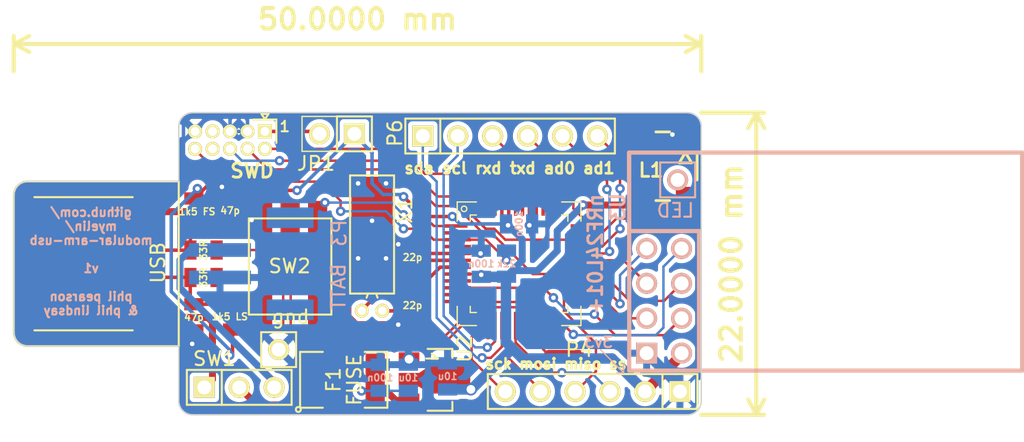
<source format=kicad_pcb>
(kicad_pcb (version 20221018) (generator pcbnew)
  (layers (0 "F.Cu" signal) (31 "B.Cu" signal) (34 "B.Paste" user) (35 "F.Paste" user) (36 "B.SilkS" user "B.Silkscreen") (37 "F.SilkS" user "F.Silkscreen") (38 "B.Mask" user) (39 "F.Mask" user) (44 "Edge.Cuts" user))
  (net 0 "")
  (net 1 "/lpc-mcu/AD0")
  (net 2 "/lpc-mcu/AD1")
  (net 3 "/lpc-mcu/LED_INPUT")
  (net 4 "/lpc-mcu/MISO1")
  (net 5 "/lpc-mcu/MOSI1")
  (net 6 "/lpc-mcu/RXD")
  (net 7 "/lpc-mcu/SCK1")
  (net 8 "/lpc-mcu/SCL")
  (net 9 "/lpc-mcu/SDA")
  (net 10 "/lpc-mcu/SSEL1")
  (net 11 "/lpc-mcu/SWCLK")
  (net 12 "/lpc-mcu/SWDIO")
  (net 13 "/lpc-mcu/SWO")
  (net 14 "/lpc-mcu/TXD")
  (net 15 "/lpc-mcu/XTALIN")
  (net 16 "/lpc-mcu/XTALOUT")
  (net 17 "/lpc-mcu/nRESET")
  (net 18 "/usb/DM")
  (net 19 "/usb/DP")
  (net 20 "3V3")
  (net 21 "GND")
  (net 22 "LPC_USB_DM")
  (net 23 "LPC_USB_DP")
  (net 24 "RF24_CE")
  (net 25 "RF24_CSN")
  (net 26 "RF24_IRQ")
  (net 27 "RF24_MISO")
  (net 28 "RF24_MOSI")
  (net 29 "RF24_SCK")
  (net 30 "VUSB")
  (net 31 "Net-(C3-Pad1)")
  (net 32 "Net-(CON1-Pad8)")
  (net 33 "Net-(CON1-Pad7)")
  (net 34 "Net-(CON1-Pad1)")
  (net 35 "Net-(IC1-Pad9)")
  (net 36 "/lpc-mcu/CLKOUT")
  (net 37 "Net-(IC1-Pad2)")
  (net 38 "Net-(IC1-Pad48)")
  (net 39 "Net-(IC1-Pad47)")
  (net 40 "Net-(IC1-Pad46)")
  (net 41 "Net-(IC1-Pad45)")
  (net 42 "Net-(IC1-Pad43)")
  (net 43 "/lpc-mcu/AD7")
  (net 44 "/lpc-mcu/AD5")
  (net 45 "Net-(IC1-Pad38)")
  (net 46 "/lpc-mcu/AD6")
  (net 47 "LPC_USB_VBUS")
  (net 48 "Net-(IC1-Pad21)")
  (net 49 "LPC_nUSB_CONNECT")
  (net 50 "Net-(L1-Pad2)")
  (net 51 "/power/VIN")
  (net 52 "/lpc-mcu/BUTTON")
  (net 53 "/power/VBATT")
  (net 54 "Net-(IC1-Pad23)")
  (net 55 "Net-(IC1-Pad12)")
  (net 56 "Net-(IC1-Pad11)")
  (footprint "myelin:pin_array_5x2_50mil" (layer "F.Cu") (at 91 83 180)
    (fp_text reference "CON1" hide)
    (fp_text value "SWD")
  )
  (footprint "myelin:Crystal_Round_Horizontal_3mm_can_pad" (layer "F.Cu") (at 100.059 95.42)
    (fp_text reference "X1")
    (fp_text value "16M xtal" hide)
  )
  (footprint "Housings_SOT-89:SOT89-3_Housing" (layer "F.Cu") (at 104.6 100.45 -90)
    (fp_text reference "U2")
    (fp_text value "MCP1700T" hide)
  )
  (footprint "OMRON-PUSH-BUTTON-B3SN-3112P:OMRON-PUSH-BUTTON-B3SN-3112P" (layer "F.Cu") (at 94.1 92.2 90)
    (fp_text reference "SW2")
    (fp_text value "SW_PUSH_ALT" hide)
  )
  (footprint "myelin:PIN_ARRAY_6X1" (layer "F.Cu") (at 116.1 101.3 180)
    (fp_text reference "P4")
    (fp_text value "GPIO" hide)
  )
  (footprint "myelin:PIN_ARRAY_6X1" (layer "F.Cu") (at 110.1 82.7)
    (fp_text reference "P6")
    (fp_text value "GPIO2" hide)
  )
  (footprint "myelin:PIN_ARRAY_3X1" (layer "F.Cu") (at 90.4 101)
    (fp_text reference "SW1")
    (fp_text value "SW_SPDT" hide)
  )
  (footprint "myelin:SM0805_NOSILKSCREEN" (layer "F.Cu") (at 103 91.535 -90)
    (fp_text reference "C6" hide)
    (fp_text value "22p")
  )
  (footprint "myelin:SM0805_NOSILKSCREEN" (layer "F.Cu") (at 103 95.035 90)
    (fp_text reference "C7" hide)
    (fp_text value "22p")
  )
  (footprint "myelin:SM0805_NOSILKSCREEN" (layer "F.Cu") (at 87.1 95.9 -90)
    (fp_text reference "C8" hide)
    (fp_text value "47p")
  )
  (footprint "myelin:SM0805_NOSILKSCREEN" (layer "F.Cu") (at 89.2 88.2 90)
    (fp_text reference "C9" hide)
    (fp_text value "47p")
  )
  (footprint "SMD_Packages:SMD-1812" (layer "F.Cu") (at 98 100.45)
    (fp_text reference "F1")
    (fp_text value "FUSE")
  )
  (footprint "myelin:NXP_LQFP48_BY_HAND" (layer "F.Cu") (at 110.75 92)
    (fp_text reference "IC1")
    (fp_text value "LPC11U14FBD48" hide)
  )
  (footprint "myelin:WS2812B_PP" (layer "F.Cu") (at 121.2 84.9)
    (fp_text reference "L1")
    (fp_text value "PP_WS2812B" hide)
  )
  (footprint "myelin:USB_A_PCB" (layer "F.Cu") (at 74 92 -90)
    (fp_text reference "P1" hide)
    (fp_text value "USB")
  )
  (footprint "myelin:SM0805_NOSILKSCREEN" (layer "F.Cu") (at 89.9117 95.8391 90)
    (fp_text reference "R3" hide)
    (fp_text value "1k5 LS")
  )
  (footprint "myelin:SM0805_NOSILKSCREEN" (layer "F.Cu") (at 87.1 88.2 -90)
    (fp_text reference "R4" hide)
    (fp_text value "1k5 FS")
  )
  (footprint "myelin:SM0805_NOSILKSCREEN" (layer "F.Cu") (at 87.8 93)
    (fp_text reference "R5" hide)
    (fp_text value "33R")
  )
  (footprint "myelin:SM0805_NOSILKSCREEN" (layer "F.Cu") (at 87.8 91)
    (fp_text reference "R6" hide)
    (fp_text value "33R")
  )
  (footprint "Pin_Headers:Pin_Header_Straight_1x01" (layer "F.Cu") (at 93.2645 98.2521)
    (fp_text reference "P5" hide)
    (fp_text value "gnd")
  )
  (footprint "myelin:PIN_ARRAY_2X1" (layer "F.Cu") (at 96.2363 82.5422 180)
    (fp_text reference "JP1")
    (fp_text value "NC" hide)
  )
  (footprint "myelin:SM0805_NOSILKSCREEN" (layer "B.Cu") (at 100.65 100.3 90)
    (fp_text reference "C4" hide)
    (fp_text value "100n")
  )
  (footprint "myelin:SM0805_NOSILKSCREEN" (layer "B.Cu") (at 108 92 90)
    (fp_text reference "C1" hide)
    (fp_text value "100n")
  )
  (footprint "myelin:SM0805_NOSILKSCREEN" (layer "B.Cu") (at 110.75 89.1)
    (fp_text reference "C2" hide)
    (fp_text value "100n")
  )
  (footprint "myelin:SM0805_NOSILKSCREEN" (layer "B.Cu") (at 102.7 100.3 90)
    (fp_text reference "C3" hide)
    (fp_text value "10u")
  )
  (footprint "myelin:SM0805_NOSILKSCREEN" (layer "B.Cu") (at 105.55 100.2 90)
    (fp_text reference "C5" hide)
    (fp_text value "10u")
  )
  (footprint "myelin:S2B-PH-SM4-TB(LF)(SN)" (layer "B.Cu") (at 89 92 90)
    (fp_text reference "P3")
    (fp_text value "BATT")
  )
  (footprint "myelin:SM0805_NOSILKSCREEN" (layer "B.Cu") (at 109.838 91.991 -90)
    (fp_text reference "R2" hide)
    (fp_text value "22k")
  )
  (footprint "myelin:NRF24L01_MODULE" (layer "B.Cu") (at 121.3 94.7 90)
    (fp_text reference "U3")
    (fp_text value "nRF24L01+")
  )
  (footprint "Pin_Headers:Pin_Header_Straight_1x01" (layer "B.Cu") (at 122.284 85.895)
    (fp_text reference "P2" hide)
    (fp_text value "LED")
  )
  (gr_line (start 116.6706 98.2521) (end 118.3597 99.9412) (stroke (width 0.1)) (layer "B.SilkS"))
  (gr_line (start 118.3597 99.357) (end 118.3597 99.9412) (stroke (width 0.1)) (layer "B.SilkS"))
  (gr_line (start 118.3597 99.9412) (end 117.8771 99.9412) (stroke (width 0.1)) (layer "B.SilkS"))
  (gr_line (start 75 98) (end 86 98) (stroke (width 0.1)) (layer "Edge.Cuts"))
  (gr_line (start 74 97) (end 74 87) (stroke (width 0.1)) (layer "Edge.Cuts"))
  (gr_line (start 75 86) (end 86 86) (stroke (width 0.1)) (layer "Edge.Cuts"))
  (gr_arc (start 74 87) (mid 74.292893 86.292893) (end 75 86) (stroke (width 0.1)) (layer "Edge.Cuts"))
  (gr_arc (start 123 81) (mid 123.707107 81.292893) (end 124 82) (stroke (width 0.1)) (layer "Edge.Cuts"))
  (gr_line (start 124 102) (end 124 82) (stroke (width 0.1)) (layer "Edge.Cuts"))
  (gr_arc (start 86 82) (mid 86.292893 81.292893) (end 87 81) (stroke (width 0.1)) (layer "Edge.Cuts"))
  (gr_arc (start 75 98) (mid 74.292893 97.707107) (end 74 97) (stroke (width 0.1)) (layer "Edge.Cuts"))
  (gr_line (start 86 98) (end 86 102) (stroke (width 0.1)) (layer "Edge.Cuts"))
  (gr_line (start 123 81) (end 87 81) (stroke (width 0.1)) (layer "Edge.Cuts"))
  (gr_arc (start 124 102) (mid 123.707107 102.707107) (end 123 103) (stroke (width 0.1)) (layer "Edge.Cuts"))
  (gr_line (start 87 103) (end 123 103) (stroke (width 0.1)) (layer "Edge.Cuts"))
  (gr_arc (start 87 103) (mid 86.292893 102.707107) (end 86 102) (stroke (width 0.1)) (layer "Edge.Cuts"))
  (gr_line (start 86 86) (end 86 82) (stroke (width 0.1)) (layer "Edge.Cuts"))
  (gr_text "github.com/\nmyelin/\nmodular-arm-usb\n\nv1\n\nphil pearson\n& phil lindsay" (at 79.6247 91.8259) (layer "B.SilkS") (effects (font (size 0.635 0.635) (thickness 0.1524)) (justify mirror)))
  (gr_text "3v3" (at 116.5309 97.7187) (layer "B.SilkS") (effects (font (size 0.762 0.762) (thickness 0.1524)) (justify mirror)))
  (gr_text "1" (at 93.709 82.0088) (layer "F.SilkS") (effects (font (size 0.762 0.762) (thickness 0.1524))))
  (gr_text "sck mosi miso ss" (at 113.4321 99.2935) (layer "F.SilkS") (effects (font (size 0.762 0.762) (thickness 0.1905))))
  (gr_text "sda scl rxd txd ad0 ad1" (at 110.0539 85.0441) (layer "F.SilkS") (effects (font (size 0.8128 0.8128) (thickness 0.1905))))
  (dimension (type aligned) (layer "F.SilkS") (pts (xy 124 103) (xy 124 81)) (height 4) (gr_text "22.0000 mm" (at 126.2 92 90) (layer "F.SilkS") (effects (font (size 1.5 1.5) (thickness 0.3)))) (format (prefix "") (suffix "") (units 2) (units_format 1) (precision 4)) (style (thickness 0.3) (arrow_length 1.27) (text_position_mode 0) (extension_height 0.58642) (extension_offset 0) keep_text_aligned))
  (dimension (type aligned) (layer "F.SilkS") (pts (xy 124 78) (xy 74 78)) (height 1.999999) (gr_text "50.0000 mm" (at 99 74.200001) (layer "F.SilkS") (effects (font (size 1.5 1.5) (thickness 0.3)))) (format (prefix "") (suffix "") (units 2) (units_format 1) (precision 4)) (style (thickness 0.3) (arrow_length 1.27) (text_position_mode 0) (extension_height 0.58642) (extension_offset 0) keep_text_aligned))
  (segment (start 93.0018 91.6525) (end 92.9493 91.6) (width 0.1524) (layer "F.Cu") (net 0))
  (segment (start 117.183 91.25) (end 117.331 91.102) (width 0.1778) (layer "F.Cu") (net 1))
  (segment (start 113.8766 82.7073) (end 117.14685 85.97755) (width 0.1778) (layer "F.Cu") (net 1))
  (segment (start 113.8766 82.7073) (end 113.91 82.7) (width 0.1778) (layer "F.Cu") (net 1))
  (segment (start 117.1405 86.5808) (end 117.14685 86.57445) (width 0.1778) (layer "F.Cu") (net 1))
  (segment (start 117.14685 86.57445) (end 117.14685 85.97755) (width 0.1778) (layer "F.Cu") (net 1))
  (segment (start 115.25 91.25) (end 117.183 91.25) (width 0.1778) (layer "F.Cu") (net 1))
  (via (at 117.1405 86.5808) (size 0.6858) (drill 0.3302) (layers "F.Cu" "B.Cu") (net 1))
  (via (at 117.331 91.102) (size 0.6858) (drill 0.3302) (layers "F.Cu" "B.Cu") (net 1))
  (segment (start 117.331 91.102) (end 117.331 87.7746) (width 0.1778) (layer "B.Cu") (net 1))
  (segment (start 113.902 82.72) (end 113.91 82.7) (width 0.1778) (layer "B.Cu") (net 1))
  (segment (start 117.331 86.7713) (end 117.1405 86.5808) (width 0.1778) (layer "B.Cu") (net 1))
  (segment (start 117.331 87.7746) (end 117.331 86.7713) (width 0.1778) (layer "B.Cu") (net 1))
  (segment (start 116.794 90.75) (end 118.093 89.451) (width 0.1778) (layer "F.Cu") (net 2))
  (segment (start 118.093 84.3329) (end 118.093 86.53) (width 0.1778) (layer "F.Cu") (net 2))
  (segment (start 116.4547 82.6946) (end 118.093 84.3329) (width 0.1778) (layer "F.Cu") (net 2))
  (segment (start 116.4547 82.6946) (end 116.45 82.7) (width 0.1778) (layer "F.Cu") (net 2))
  (segment (start 115.25 90.75) (end 116.794 90.75) (width 0.1778) (layer "F.Cu") (net 2))
  (via (at 118.093 86.53) (size 0.6858) (drill 0.3302) (layers "F.Cu" "B.Cu") (net 2))
  (via (at 118.093 89.451) (size 0.6858) (drill 0.3302) (layers "F.Cu" "B.Cu") (net 2))
  (segment (start 118.093 89.451) (end 118.093 86.53) (width 0.1778) (layer "B.Cu") (net 2))
  (segment (start 116.442 82.847) (end 116.45 82.7) (width 0.1778) (layer "B.Cu") (net 2))
  (segment (start 120.5441 88.7144) (end 120.8616 88.3969) (width 0.1778) (layer "F.Cu") (net 3))
  (segment (start 120.8616 88.3969) (end 120.8616 84.0281) (width 0.1778) (layer "F.Cu") (net 3))
  (segment (start 120.8616 84.0281) (end 119.55 82.7165) (width 0.1778) (layer "F.Cu") (net 3))
  (segment (start 119.55 82.7165) (end 119.55 82.5) (width 0.1778) (layer "F.Cu") (net 3))
  (segment (start 117.825 88.7144) (end 120.5441 88.7144) (width 0.1778) (layer "F.Cu") (net 3))
  (segment (start 116.7894 89.75) (end 115.25 89.75) (width 0.1778) (layer "F.Cu") (net 3))
  (segment (start 117.825 88.7144) (end 116.7894 89.75) (width 0.1778) (layer "F.Cu") (net 3))
  (segment (start 114.2973 94.25) (end 114.0163 94.531) (width 0.1778) (layer "F.Cu") (net 4))
  (segment (start 114.0163 94.531) (end 114.0163 95.4708) (width 0.1778) (layer "F.Cu") (net 4))
  (segment (start 114.0163 95.4708) (end 115.7308 97.1853) (width 0.1778) (layer "F.Cu") (net 4))
  (segment (start 115.7308 97.1853) (end 115.7308 97.198) (width 0.1778) (layer "F.Cu") (net 4))
  (segment (start 115.7308 100.4492) (end 114.791 101.389) (width 0.1778) (layer "F.Cu") (net 4))
  (segment (start 116.3404 97.8076) (end 116.3404 99.8396) (width 0.1778) (layer "F.Cu") (net 4))
  (segment (start 116.3404 99.8396) (end 115.7308 100.4492) (width 0.1778) (layer "F.Cu") (net 4))
  (segment (start 115.7308 97.198) (end 116.3404 97.8076) (width 0.1778) (layer "F.Cu") (net 4))
  (segment (start 115.25 94.25) (end 114.2973 94.25) (width 0.1778) (layer "F.Cu") (net 4))
  (segment (start 115.25 94.25) (end 115.223 94.277) (width 0.1778) (layer "F.Cu") (net 4))
  (segment (start 110 98.884) (end 112.378 101.262) (width 0.1778) (layer "F.Cu") (net 5))
  (segment (start 112.378 101.262) (end 112.29 101.3) (width 0.1778) (layer "F.Cu") (net 5))
  (segment (start 110 96.5) (end 110 98.884) (width 0.1778) (layer "F.Cu") (net 5))
  (segment (start 108.8347 82.72) (end 108.83 82.7) (width 0.1778) (layer "F.Cu") (net 6))
  (segment (start 110.705 84.575) (end 112 84.575) (width 0.1778) (layer "F.Cu") (net 6))
  (segment (start 112 84.575) (end 113.5 86.075) (width 0.1778) (layer "F.Cu") (net 6))
  (segment (start 113.5 86.075) (end 113.5 87.375) (width 0.1778) (layer "F.Cu") (net 6))
  (segment (start 108.83 82.7) (end 110.705 84.575) (width 0.1778) (layer "F.Cu") (net 6))
  (segment (start 109.838 101.389) (end 109.75 101.3) (width 0.1778) (layer "F.Cu") (net 7))
  (segment (start 109.7745 101.3255) (end 109.711 101.389) (width 0.1778) (layer "F.Cu") (net 7))
  (segment (start 109.711 101.389) (end 109.75 101.3) (width 0.1778) (layer "F.Cu") (net 7))
  (segment (start 107.298 97.327) (end 107.298 98.976) (width 0.1778) (layer "F.Cu") (net 7))
  (segment (start 107.298 98.976) (end 109.711 101.389) (width 0.1778) (layer "F.Cu") (net 7))
  (segment (start 109.711 101.389) (end 109.75 101.3) (width 0.1778) (layer "F.Cu") (net 7))
  (segment (start 108 96.625) (end 107.298 97.327) (width 0.1778) (layer "F.Cu") (net 7))
  (segment (start 108.568 98.087) (end 109 97.655) (width 0.1778) (layer "F.Cu") (net 8))
  (segment (start 109 97.655) (end 109 96.5) (width 0.1778) (layer "F.Cu") (net 8))
  (segment (start 108.441 98.087) (end 108.568 98.087) (width 0.1778) (layer "F.Cu") (net 8))
  (via (at 108.441 98.087) (size 0.6858) (drill 0.3302) (layers "F.Cu" "B.Cu") (net 8))
  (segment (start 106.79 97.325) (end 105.266 95.801) (width 0.1778) (layer "B.Cu") (net 8))
  (segment (start 105.266 95.801) (end 105.266 86.276) (width 0.1778) (layer "B.Cu") (net 8))
  (segment (start 107.552 98.087) (end 106.79 97.325) (width 0.1778) (layer "B.Cu") (net 8))
  (segment (start 105.266 85.133) (end 106.282 84.117) (width 0.1778) (layer "B.Cu") (net 8))
  (segment (start 106.282 82.72) (end 106.29 82.7) (width 0.1778) (layer "B.Cu") (net 8))
  (segment (start 105.266 86.276) (end 105.266 85.133) (width 0.1778) (layer "B.Cu") (net 8))
  (segment (start 106.282 82.72) (end 106.282 84.117) (width 0.1778) (layer "B.Cu") (net 8))
  (segment (start 107.552 98.087) (end 108.441 98.087) (width 0.1778) (layer "B.Cu") (net 8))
  (segment (start 109.5 98.044) (end 108.695 98.849) (width 0.1778) (layer "F.Cu") (net 9))
  (segment (start 108.695 98.849) (end 108.06 98.849) (width 0.1778) (layer "F.Cu") (net 9))
  (segment (start 109.5 96.5) (end 109.5 98.044) (width 0.1778) (layer "F.Cu") (net 9))
  (via (at 108.06 98.849) (size 0.6858) (drill 0.3302) (layers "F.Cu" "B.Cu") (net 9))
  (segment (start 108.06 98.849) (end 107.679 98.849) (width 0.1778) (layer "B.Cu") (net 9))
  (segment (start 107.679 98.849) (end 104.758 95.928) (width 0.1778) (layer "B.Cu") (net 9))
  (segment (start 104.758 95.928) (end 104.758 86.022) (width 0.1778) (layer "B.Cu") (net 9))
  (segment (start 103.75 85.014) (end 104.758 86.022) (width 0.1778) (layer "B.Cu") (net 9))
  (segment (start 103.75 82.7) (end 103.75 85.014) (width 0.1778) (layer "B.Cu") (net 9))
  (segment (start 117.0389 101.2112) (end 117.37 101.3) (width 0.1778) (layer "F.Cu") (net 10))
  (segment (start 113.8639 99.9285) (end 112.6955 99.9285) (width 0.1778) (layer "F.Cu") (net 10))
  (segment (start 112.6955 99.9285) (end 110.5 97.733) (width 0.1778) (layer "F.Cu") (net 10))
  (segment (start 117.37 101.3) (end 117.2812 101.2112) (width 0.1778) (layer "F.Cu") (net 10))
  (segment (start 110.5 96.5) (end 110.5 97.733) (width 0.1778) (layer "F.Cu") (net 10))
  (via (at 113.8639 99.9285) (size 0.6858) (drill 0.3302) (layers "F.Cu" "B.Cu") (net 10))
  (segment (start 117.3564 101.3128) (end 117.37 101.3) (width 0.1778) (layer "B.Cu") (net 10))
  (segment (start 115.9985 99.9285) (end 113.8639 99.9285) (width 0.1778) (layer "B.Cu") (net 10))
  (segment (start 117.37 101.3) (end 115.9985 99.9285) (width 0.1778) (layer "B.Cu") (net 10))
  (segment (start 111.74 92.75) (end 108.822 89.832) (width 0.1778) (layer "F.Cu") (net 11))
  (segment (start 108.822 89.832) (end 108.187 89.832) (width 0.1778) (layer "F.Cu") (net 11))
  (segment (start 108.187 89.832) (end 106.409 88.054) (width 0.1778) (layer "F.Cu") (net 11))
  (segment (start 92.498 85.133) (end 102.025 85.133) (width 0.1778) (layer "F.Cu") (net 11))
  (segment (start 106.155 87.8) (end 106.409 88.054) (width 0.1778) (layer "F.Cu") (net 11))
  (segment (start 104.692 87.8) (end 105.15 87.8) (width 0.1778) (layer "F.Cu") (net 11))
  (segment (start 105.15 87.8) (end 106.155 87.8) (width 0.1778) (layer "F.Cu") (net 11))
  (segment (start 91 83.635) (end 91.185 83.635) (width 0.1778) (layer "F.Cu") (net 11))
  (segment (start 111.74 92.75) (end 115.25 92.75) (width 0.1778) (layer "F.Cu") (net 11))
  (segment (start 102.025 85.133) (end 104.692 87.8) (width 0.1778) (layer "F.Cu") (net 11))
  (segment (start 91 83.635) (end 92.498 85.133) (width 0.1778) (layer "F.Cu") (net 11))
  (segment (start 102.085 83.635) (end 103.9 85.45) (width 0.1778) (layer "F.Cu") (net 12))
  (segment (start 103.9 85.45) (end 105.85 85.45) (width 0.1778) (layer "F.Cu") (net 12))
  (segment (start 111.9 85.45) (end 112.5 86.05) (width 0.1778) (layer "F.Cu") (net 12))
  (segment (start 112.5 86.05) (end 112.5 87.5) (width 0.1778) (layer "F.Cu") (net 12))
  (segment (start 105.85 85.45) (end 111.9 85.45) (width 0.1778) (layer "F.Cu") (net 12))
  (segment (start 92.27 83.635) (end 102.085 83.635) (width 0.1778) (layer "F.Cu") (net 12))
  (segment (start 109.748 90.25) (end 108.949 89.451) (width 0.1778) (layer "F.Cu") (net 13))
  (segment (start 108.949 89.451) (end 108.33 89.451) (width 0.1778) (layer "F.Cu") (net 13))
  (segment (start 108.314 89.451) (end 106.642488 87.779488) (width 0.1778) (layer "F.Cu") (net 13))
  (segment (start 93.328 84.498) (end 102.18 84.498) (width 0.1778) (layer "F.Cu") (net 13))
  (segment (start 106.642488 87.779488) (end 106.663 87.8) (width 0.1778) (layer "F.Cu") (net 13))
  (segment (start 104.782 87.1) (end 105.98 87.1) (width 0.1778) (layer "F.Cu") (net 13))
  (segment (start 105.98 87.1) (end 108.33 89.45) (width 0.1778) (layer "F.Cu") (net 13))
  (segment (start 108.33 89.45) (end 108.33 89.451) (width 0.1778) (layer "F.Cu") (net 13))
  (segment (start 108.33 89.451) (end 108.314 89.451) (width 0.1778) (layer "F.Cu") (net 13))
  (segment (start 89.73 83.635) (end 89.885 83.635) (width 0.1778) (layer "F.Cu") (net 13))
  (segment (start 115.25 90.25) (end 109.748 90.25) (width 0.1778) (layer "F.Cu") (net 13))
  (segment (start 102.18 84.498) (end 104.782 87.1) (width 0.1778) (layer "F.Cu") (net 13))
  (via (at 93.328 84.498) (size 0.6858) (drill 0.3302) (layers "F.Cu" "B.Cu") (net 13))
  (segment (start 90.593 84.498) (end 93.328 84.498) (width 0.1778) (layer "B.Cu") (net 13))
  (segment (start 89.73 83.635) (end 90.593 84.498) (width 0.1778) (layer "B.Cu") (net 13))
  (segment (start 114.7 87.975) (end 115.375 88.65) (width 0.1778) (layer "F.Cu") (net 14))
  (segment (start 115.375 88.65) (end 115.375 89.25) (width 0.1778) (layer "F.Cu") (net 14))
  (segment (start 111.37 82.7) (end 114.7 86.03) (width 0.1778) (layer "F.Cu") (net 14))
  (segment (start 114.7 86.03) (end 114.7 87.975) (width 0.1778) (layer "F.Cu") (net 14))
  (segment (start 103.1025 92.385) (end 103 92.4875) (width 0.1524) (layer "F.Cu") (net 15))
  (segment (start 102.1982 92.4875) (end 99.2507 95.435) (width 0.254) (layer "F.Cu") (net 15))
  (segment (start 103.7375 91.75) (end 106.25 91.75) (width 0.254) (layer "F.Cu") (net 15))
  (segment (start 103 92.4875) (end 102.1982 92.4875) (width 0.254) (layer "F.Cu") (net 15))
  (segment (start 103 92.4875) (end 103.7375 91.75) (width 0.254) (layer "F.Cu") (net 15))
  (segment (start 102.9525 94.0825) (end 101.6 95.435) (width 0.254) (layer "F.Cu") (net 16))
  (segment (start 101.6 95.435) (end 100.7493 95.435) (width 0.254) (layer "F.Cu") (net 16))
  (segment (start 103.1745 94.0825) (end 105.007 92.25) (width 0.254) (layer "F.Cu") (net 16))
  (segment (start 105.007 92.25) (end 106.25 92.25) (width 0.254) (layer "F.Cu") (net 16))
  (segment (start 103 94.0825) (end 103.1745 94.0825) (width 0.254) (layer "F.Cu") (net 16))
  (segment (start 103 94.0825) (end 102.9525 94.0825) (width 0.254) (layer "F.Cu") (net 16))
  (segment (start 103 94.0825) (end 103.1525 94.0825) (width 0.1524) (layer "F.Cu") (net 16))
  (segment (start 108.351 90.25) (end 109.838 91.737) (width 0.1778) (layer "F.Cu") (net 17))
  (segment (start 92.185 86.022) (end 91.169 85.006) (width 0.1778) (layer "F.Cu") (net 17))
  (segment (start 91.169 85.006) (end 88.502 85.006) (width 0.1778) (layer "F.Cu") (net 17))
  (segment (start 88.502 85.006) (end 87.232 83.736) (width 0.1778) (layer "F.Cu") (net 17))
  (segment (start 87.232 83.736) (end 87.19 83.635) (width 0.1778) (layer "F.Cu") (net 17))
  (segment (start 104.541 90.25) (end 103.742 89.451) (width 0.1778) (layer "F.Cu") (net 17))
  (segment (start 103.742 89.451) (end 102.345 89.451) (width 0.1778) (layer "F.Cu") (net 17))
  (segment (start 97.773 88.181) (end 97.773 87.419) (width 0.1778) (layer "F.Cu") (net 17))
  (segment (start 97.773 87.419) (end 96.376 86.022) (width 0.1778) (layer "F.Cu") (net 17))
  (segment (start 96.376 86.022) (end 92.185 86.022) (width 0.1778) (layer "F.Cu") (net 17))
  (segment (start 106.25 90.25) (end 108.351 90.25) (width 0.1778) (layer "F.Cu") (net 17))
  (segment (start 106.25 90.25) (end 104.541 90.25) (width 0.1778) (layer "F.Cu") (net 17))
  (via (at 109.838 91.737) (size 0.6858) (drill 0.3302) (layers "F.Cu" "B.Cu") (net 17))
  (via (at 102.345 89.451) (size 0.6858) (drill 0.3302) (layers "F.Cu" "B.Cu") (net 17))
  (via (at 97.773 88.181) (size 0.6858) (drill 0.3302) (layers "F.Cu" "B.Cu") (net 17))
  (segment (start 109.838 91.102) (end 109.838 91.0385) (width 0.1778) (layer "B.Cu") (net 17))
  (segment (start 109.838 91.737) (end 109.838 91.102) (width 0.1778) (layer "B.Cu") (net 17))
  (segment (start 109.838 91.102) (end 109.838 91.0385) (width 0.1778) (layer "B.Cu") (net 17))
  (segment (start 102.345 89.451) (end 101.075 88.181) (width 0.1778) (layer "B.Cu") (net 17))
  (segment (start 101.075 88.181) (end 97.773 88.181) (width 0.1778) (layer "B.Cu") (net 17))
  (segment (start 86.83429 92.98679) (end 86.83429 94.68179) (width 0.254) (layer "F.Cu") (net 18))
  (segment (start 86.83429 94.68179) (end 87.1 94.9475) (width 0.254) (layer "F.Cu") (net 18))
  (segment (start 89.8 94.9475) (end 89.8228 94.9247) (width 0.1778) (layer "F.Cu") (net 18))
  (segment (start 89.8228 94.9247) (end 89.9117 94.8866) (width 0.1778) (layer "F.Cu") (net 18))
  (segment (start 79.7 92.98679) (end 86.83429 92.98679) (width 0.254) (layer "F.Cu") (net 18))
  (segment (start 87.1 94.9475) (end 89.8 94.9475) (width 0.254) (layer "F.Cu") (net 18))
  (segment (start 86.83429 91.01321) (end 86.8475 91) (width 0.254) (layer "F.Cu") (net 19))
  (segment (start 86.8475 89.405) (end 87.1 89.1525) (width 0.254) (layer "F.Cu") (net 19))
  (segment (start 87.1 89.1525) (end 89.2 89.1525) (width 0.254) (layer "F.Cu") (net 19))
  (segment (start 79.7 91.01321) (end 86.83429 91.01321) (width 0.254) (layer "F.Cu") (net 19))
  (segment (start 86.8475 91) (end 86.8475 89.405) (width 0.254) (layer "F.Cu") (net 19))
  (segment (start 107.95 92.75) (end 108 92.8) (width 0.1778) (layer "F.Cu") (net 20))
  (segment (start 110 89.15) (end 109.95 89.2) (width 0.1778) (layer "F.Cu") (net 20))
  (segment (start 122.57 98.64) (end 122.57 98.51) (width 0.762) (layer "F.Cu") (net 20))
  (segment (start 94.598 86.657) (end 91.423 86.657) (width 0.254) (layer "F.Cu") (net 20))
  (segment (start 91.423 86.657) (end 90.407 85.641) (width 0.254) (layer "F.Cu") (net 20))
  (segment (start 90.407 85.641) (end 88.756 85.641) (width 0.254) (layer "F.Cu") (net 20))
  (segment (start 88.756 85.641) (end 87.105 87.292) (width 0.254) (layer "F.Cu") (net 20))
  (segment (start 87.105 87.292) (end 87.1 87.2475) (width 0.254) (layer "F.Cu") (net 20))
  (segment (start 89.264 97.071) (end 89.264 96.817) (width 0.254) (layer "F.Cu") (net 20))
  (segment (start 89.264 96.817) (end 89.2 96.8525) (width 0.254) (layer "F.Cu") (net 20))
  (segment (start 106.5495 100.45) (end 107.2472 101.1477) (width 0.1778) (layer "F.Cu") (net 20))
  (segment (start 103.8809 100.45) (end 103.8944 100.4365) (width 0.1778) (layer "F.Cu") (net 20))
  (segment (start 103.8944 100.4365) (end 103.8507 100.45) (width 0.1778) (layer "F.Cu") (net 20))
  (segment (start 119.6678 87.4571) (end 119.55 87.3) (width 0.508) (layer "F.Cu") (net 20))
  (segment (start 118.9185 88.1048) (end 119.6678 87.3555) (width 0.508) (layer "F.Cu") (net 20))
  (segment (start 119.6678 87.3555) (end 119.55 87.3) (width 0.508) (layer "F.Cu") (net 20))
  (segment (start 89.9117 98.4553) (end 89.7085 98.6585) (width 0.254) (layer "F.Cu") (net 20))
  (segment (start 87.359 86.53) (end 87.359 86.9173) (width 0.254) (layer "F.Cu") (net 20))
  (segment (start 87.359 86.9173) (end 87.0288 87.2475) (width 0.254) (layer "F.Cu") (net 20))
  (segment (start 87.0288 87.2475) (end 87.1 87.2475) (width 0.254) (layer "F.Cu") (net 20))
  (segment (start 103.8 88.562) (end 105.901 88.562) (width 0.254) (layer "F.Cu") (net 20))
  (segment (start 102.358 87.12) (end 102.35 87.12) (width 0.254) (layer "F.Cu") (net 20))
  (segment (start 118.8 87.3) (end 118.375 87.725) (width 0.508) (layer "F.Cu") (net 20))
  (segment (start 118.375 87.725) (end 115.4 87.725) (width 0.508) (layer "F.Cu") (net 20))
  (segment (start 119.91 101.3) (end 122.57 98.64) (width 0.762) (layer "F.Cu") (net 20))
  (segment (start 106.25 92.75) (end 107.95 92.75) (width 0.1778) (layer "F.Cu") (net 20))
  (segment (start 103.8 88.562) (end 102.358 87.12) (width 0.254) (layer "F.Cu") (net 20))
  (segment (start 102.74834 100.45) (end 105.69982 100.45) (width 0.1778) (layer "F.Cu") (net 20))
  (segment (start 102.74834 100.45) (end 103.8809 100.45) (width 0.1778) (layer "F.Cu") (net 20))
  (segment (start 110 87.5) (end 110 89.15) (width 0.1778) (layer "F.Cu") (net 20))
  (segment (start 119.55 87.3) (end 118.8 87.3) (width 0.508) (layer "F.Cu") (net 20))
  (segment (start 87.1 87.2475) (end 87.0225 87.2475) (width 0.254) (layer "F.Cu") (net 20))
  (segment (start 89.9117 96.7916) (end 89.9117 98.4553) (width 0.254) (layer "F.Cu") (net 20))
  (segment (start 105.69982 100.45) (end 106.5495 100.45) (width 0.1778) (layer "F.Cu") (net 20))
  (via (at 94.598 86.657) (size 0.6858) (drill 0.3302) (layers "F.Cu" "B.Cu") (net 20))
  (via (at 115.4 87.725) (size 0.6858) (drill 0.3302) (layers "F.Cu" "B.Cu") (net 20))
  (via (at 102.35 87.12) (size 0.6858) (drill 0.3302) (layers "F.Cu" "B.Cu") (net 20))
  (via (at 109.95 89.2) (size 0.6858) (drill 0.3302) (layers "F.Cu" "B.Cu") (net 20))
  (via (at 107.2472 101.1477) (size 0.889) (drill 0.635) (layers "F.Cu" "B.Cu") (net 20))
  (via (at 108 92.8) (size 0.6858) (drill 0.3302) (layers "F.Cu" "B.Cu") (net 20))
  (via (at 87.359 86.53) (size 0.6858) (drill 0.3302) (layers "F.Cu" "B.Cu") (net 20))
  (via (at 89.7085 98.6585) (size 0.6858) (drill 0.3302) (layers "F.Cu" "B.Cu") (net 20))
  (via (at 105.901 88.562) (size 0.6858) (drill 0.3302) (layers "F.Cu" "B.Cu") (net 20))
  (segment (start 108 92.8) (end 108 92.9525) (width 0.1778) (layer "B.Cu") (net 20))
  (segment (start 109.95 89.2) (end 109.85 89.1) (width 0.1778) (layer "B.Cu") (net 20))
  (segment (start 109.85 89.1) (end 109.7975 89.1) (width 0.1778) (layer "B.Cu") (net 20))
  (segment (start 109.7975 97.7025) (end 109.7975 93) (width 0.762) (layer "B.Cu") (net 20))
  (segment (start 109.7975 92.9525) (end 109.75 93) (width 0.762) (layer "B.Cu") (net 20))
  (segment (start 109.75 93) (end 109.65 93) (width 0.762) (layer "B.Cu") (net 20))
  (segment (start 109.65 93) (end 109.7975 93) (width 0.762) (layer "B.Cu") (net 20))
  (segment (start 110.995 98.9) (end 117.51 98.9) (width 0.762) (layer "B.Cu") (net 20))
  (segment (start 117.51 98.9) (end 119.91 101.3) (width 0.762) (layer "B.Cu") (net 20))
  (segment (start 98.789 82.593) (end 98.74 82.6) (width 0.254) (layer "B.Cu") (net 20))
  (segment (start 109.868 89.1) (end 110.981 90.213) (width 0.508) (layer "B.Cu") (net 20))
  (segment (start 110.981 90.213) (end 110.981 91.769) (width 0.508) (layer "B.Cu") (net 20))
  (segment (start 110.981 91.769) (end 109.7975 92.9525) (width 0.508) (layer "B.Cu") (net 20))
  (segment (start 109.7975 92.9525) (end 109.838 92.9435) (width 0.508) (layer "B.Cu") (net 20))
  (segment (start 100.059 83.919) (end 100.059 86.149) (width 0.254) (layer "B.Cu") (net 20))
  (segment (start 100.059 86.149) (end 100.06 86.15) (width 0.254) (layer "B.Cu") (net 20))
  (segment (start 105.901 88.562) (end 106.439 89.1) (width 0.254) (layer "B.Cu") (net 20))
  (segment (start 106.439 89.1) (end 109.554 89.1) (width 0.254) (layer "B.Cu") (net 20))
  (segment (start 109.554 89.1) (end 109.584 89.07) (width 0.254) (layer "B.Cu") (net 20))
  (segment (start 109.584 89.07) (end 109.7975 89.1) (width 0.254) (layer "B.Cu") (net 20))
  (segment (start 94.683 86.657) (end 94.598 86.657) (width 0.254) (layer "B.Cu") (net 20))
  (segment (start 107.2805 101.1525) (end 110.264 98.169) (width 0.762) (layer "B.Cu") (net 20))
  (segment (start 110.264 98.169) (end 110.995 98.9) (width 0.762) (layer "B.Cu") (net 20))
  (segment (start 107.2472 101.1477) (end 107.2472 101.1525) (width 0.1778) (layer "B.Cu") (net 20))
  (segment (start 107.2472 101.1525) (end 107.2805 101.1525) (width 0.1778) (layer "B.Cu") (net 20))
  (segment (start 112.0859 92.499) (end 110.251 92.499) (width 0.508) (layer "B.Cu") (net 20))
  (segment (start 110.251 92.499) (end 109.838 92.9435) (width 0.508) (layer "B.Cu") (net 20))
  (segment (start 89.7085 98.6585) (end 89.7085 98.2775) (width 0.254) (layer "B.Cu") (net 20))
  (segment (start 89.7085 98.2775) (end 85.454 94.023) (width 0.254) (layer "B.Cu") (net 20))
  (segment (start 85.454 88.8287) (end 85.454 94.023) (width 0.254) (layer "B.Cu") (net 20))
  (segment (start 85.454 88.435) (end 87.359 86.53) (width 0.254) (layer "B.Cu") (net 20))
  (segment (start 102.35 87.12) (end 102.34 87.12) (width 0.254) (layer "B.Cu") (net 20))
  (segment (start 100.87 86.96) (end 100.06 86.15) (width 0.254) (layer "B.Cu") (net 20))
  (segment (start 102.17 86.96) (end 102.34 87.13) (width 0.254) (layer "B.Cu") (net 20))
  (segment (start 102.34 87.13) (end 102.34 87.12) (width 0.254) (layer "B.Cu") (net 20))
  (segment (start 115.4 87.725) (end 113.525 89.6) (width 0.508) (layer "B.Cu") (net 20))
  (segment (start 113.525 89.6) (end 113.525 91.05) (width 0.508) (layer "B.Cu") (net 20))
  (segment (start 113.525 91.05) (end 113.525 91.0599) (width 0.508) (layer "B.Cu") (net 20))
  (segment (start 113.525 91.0599) (end 112.0859 92.499) (width 0.508) (layer "B.Cu") (net 20))
  (segment (start 109.7975 89.1) (end 109.868 89.1) (width 0.508) (layer "B.Cu") (net 20))
  (segment (start 85.454 88.8287) (end 85.454 88.435) (width 0.254) (layer "B.Cu") (net 20))
  (segment (start 108 92.9525) (end 109.7975 92.9525) (width 0.762) (layer "B.Cu") (net 20))
  (segment (start 98.74 82.6) (end 100.059 83.919) (width 0.254) (layer "B.Cu") (net 20))
  (segment (start 105.55 101.1525) (end 107.2805 101.1525) (width 0.762) (layer "B.Cu") (net 20))
  (segment (start 109.7975 97.7025) (end 110.264 98.169) (width 0.762) (layer "B.Cu") (net 20))
  (segment (start 98.74 82.6) (end 94.683 86.657) (width 0.254) (layer "B.Cu") (net 20))
  (segment (start 100.87 86.96) (end 102.17 86.96) (width 0.254) (layer "B.Cu") (net 20))
  (segment (start 100.6975 90.5825) (end 100 89.885) (width 0.1524) (layer "F.Cu") (net 21))
  (segment (start 100 93.135) (end 98.3 94.835) (width 0.508) (layer "F.Cu") (net 21))
  (segment (start 98.3 94.835) (end 98.3 95.835) (width 0.508) (layer "F.Cu") (net 21))
  (segment (start 98.3 95.835) (end 98.9 96.435) (width 0.508) (layer "F.Cu") (net 21))
  (segment (start 98.9 96.435) (end 101.964 96.435) (width 0.508) (layer "F.Cu") (net 21))
  (segment (start 102.5525 96.435) (end 103 95.9875) (width 0.508) (layer "F.Cu") (net 21))
  (segment (start 103.6675 91.25) (end 106.25 91.25) (width 0.254) (layer "F.Cu") (net 21))
  (segment (start 101.964 90.5825) (end 100.6975 90.5825) (width 0.508) (layer "F.Cu") (net 21))
  (segment (start 101.964 96.436) (end 101.964 96.435) (width 0.254) (layer "F.Cu") (net 21))
  (segment (start 101.964 96.436) (end 101.964 96.435) (width 0.254) (layer "F.Cu") (net 21))
  (segment (start 101.964 96.435) (end 102.5525 96.435) (width 0.508) (layer "F.Cu") (net 21))
  (segment (start 89.2 86.466) (end 89.137 86.403) (width 0.254) (layer "F.Cu") (net 21))
  (segment (start 86.978 96.9745) (end 86.978 97.833) (width 0.254) (layer "F.Cu") (net 21))
  (segment (start 101.075 87.854) (end 101.075 86.149) (width 0.254) (layer "F.Cu") (net 21))
  (segment (start 99.043 87.854) (end 99.043 86.149) (width 0.254) (layer "F.Cu") (net 21))
  (segment (start 99.043 89.886) (end 99.043 91.61) (width 0.254) (layer "F.Cu") (net 21))
  (segment (start 101.075 89.886) (end 101.075 91.61) (width 0.254) (layer "F.Cu") (net 21))
  (segment (start 91.312 88.8) (end 91.296 88.816) (width 0.254) (layer "F.Cu") (net 21))
  (segment (start 121.996 82.5) (end 121.903 82.593) (width 0.1778) (layer "F.Cu") (net 21))
  (segment (start 79.20011 88.5112) (end 84.6412 88.5112) (width 0.508) (layer "F.Cu") (net 21))
  (segment (start 84.6412 88.5112) (end 84.946 88.2064) (width 0.508) (layer "F.Cu") (net 21))
  (segment (start 84.946 88.2064) (end 88.1591 88.2064) (width 0.508) (layer "F.Cu") (net 21))
  (segment (start 88.1591 88.2064) (end 89.2 87.1655) (width 0.508) (layer "F.Cu") (net 21))
  (segment (start 89.2 87.1655) (end 89.2 87.2475) (width 0.508) (layer "F.Cu") (net 21))
  (segment (start 100 89.885) (end 100 93.135) (width 0.508) (layer "F.Cu") (net 21))
  (segment (start 100.059 88.87) (end 99.043 87.854) (width 0.254) (layer "F.Cu") (net 21))
  (segment (start 92.1 88.8) (end 91.312 88.8) (width 0.254) (layer "F.Cu") (net 21))
  (segment (start 122.85 82.5) (end 121.996 82.5) (width 0.1778) (layer "F.Cu") (net 21))
  (segment (start 100.059 88.87) (end 101.075 89.886) (width 0.254) (layer "F.Cu") (net 21))
  (segment (start 100 89.885) (end 100 92.635) (width 0.1524) (layer "F.Cu") (net 21))
  (segment (start 111.5 87.5) (end 111.5 89.2) (width 0.1778) (layer "F.Cu") (net 21))
  (segment (start 103 90.5825) (end 103.6675 91.25) (width 0.254) (layer "F.Cu") (net 21))
  (segment (start 103 90.5825) (end 103.2475 90.5825) (width 0.1524) (layer "F.Cu") (net 21))
  (segment (start 100.059 88.87) (end 99.043 89.886) (width 0.254) (layer "F.Cu") (net 21))
  (segment (start 89.2 87.2475) (end 89.2 86.466) (width 0.254) (layer "F.Cu") (net 21))
  (segment (start 79.2 88.51131) (end 79.20011 88.5112) (width 0.508) (layer "F.Cu") (net 21))
  (segment (start 103 90.5825) (end 101.964 90.5825) (width 0.508) (layer "F.Cu") (net 21))
  (segment (start 87.1 96.8525) (end 86.978 96.9745) (width 0.254) (layer "F.Cu") (net 21))
  (segment (start 100.059 88.87) (end 101.075 87.854) (width 0.254) (layer "F.Cu") (net 21))
  (segment (start 106.25 91.25) (end 107.95 91.25) (width 0.1778) (layer "F.Cu") (net 21))
  (via (at 101.964 90.5825) (size 0.6858) (drill 0.3302) (layers "F.Cu" "B.Cu") (net 21))
  (via (at 91.296 88.816) (size 0.6858) (drill 0.3302) (layers "F.Cu" "B.Cu") (net 21))
  (via (at 121.903 82.593) (size 0.6858) (drill 0.3302) (layers "F.Cu" "B.Cu") (net 21))
  (via (at 101.964 96.436) (size 0.6858) (drill 0.3302) (layers "F.Cu" "B.Cu") (net 21))
  (via (at 99.043 91.61) (size 0.6858) (drill 0.3302) (layers "F.Cu" "B.Cu") (net 21))
  (via (at 111.5 89.2) (size 0.6858) (drill 0.3302) (layers "F.Cu" "B.Cu") (net 21))
  (via (at 89.137 86.403) (size 0.6858) (drill 0.3302) (layers "F.Cu" "B.Cu") (net 21))
  (via (at 102.74834 98.94886) (size 0.889) (drill 0.635) (layers "F.Cu" "B.Cu") (net 21))
  (via (at 100.059 88.87) (size 0.6858) (drill 0.3302) (layers "F.Cu" "B.Cu") (net 21))
  (via (at 101.075 86.149) (size 0.6858) (drill 0.3302) (layers "F.Cu" "B.Cu") (net 21))
  (via (at 107.95 91.25) (size 0.6858) (drill 0.3302) (layers "F.Cu" "B.Cu") (net 21))
  (via (at 101.075 91.61) (size 0.6858) (drill 0.3302) (layers "F.Cu" "B.Cu") (net 21))
  (via (at 99.043 86.149) (size 0.6858) (drill 0.3302) (layers "F.Cu" "B.Cu") (net 21))
  (via (at 86.978 97.833) (size 0.6858) (drill 0.3302) (layers "F.Cu" "B.Cu") (net 21))
  (segment (start 107.95 91.25) (end 108 91.2) (width 0.1778) (layer "B.Cu") (net 21))
  (segment (start 108 91.2) (end 108 91.0475) (width 0.1778) (layer "B.Cu") (net 21))
  (segment (start 111.5 89.2) (end 111.6 89.1) (width 0.1778) (layer "B.Cu") (net 21))
  (segment (start 111.6 89.1) (end 111.7025 89.1) (width 0.1778) (layer "B.Cu") (net 21))
  (segment (start 122.45 100.93) (end 122.45 101.3) (width 0.762) (layer "B.Cu") (net 21))
  (segment (start 123.681 100.069) (end 123.681 81.831) (width 0.254) (layer "B.Cu") (net 21))
  (segment (start 123.681 81.831) (end 123.173 81.323) (width 0.254) (layer "B.Cu") (net 21))
  (segment (start 123.173 81.323) (end 90.915 81.323) (width 0.254) (layer "B.Cu") (net 21))
  (segment (start 86.851 81.323) (end 86.597 81.577) (width 0.254) (layer "B.Cu") (net 21))
  (segment (start 86.343 81.831) (end 86.343 86.403) (width 0.254) (layer "B.Cu") (net 21))
  (segment (start 87.19 82.17) (end 86.597 81.577) (width 0.254) (layer "B.Cu") (net 21))
  (segment (start 86.597 81.577) (end 86.343 81.831) (width 0.254) (layer "B.Cu") (net 21))
  (segment (start 89.73 81.323) (end 89.772 81.365) (width 0.254) (layer "B.Cu") (net 21))
  (segment (start 89.772 81.365) (end 89.772 81.45) (width 0.254) (layer "B.Cu") (net 21))
  (segment (start 89.772 81.45) (end 89.772 81.323) (width 0.254) (layer "B.Cu") (net 21))
  (segment (start 89.772 81.323) (end 86.851 81.323) (width 0.254) (layer "B.Cu") (net 21))
  (segment (start 91 81.323) (end 90.915 81.408) (width 0.254) (layer "B.Cu") (net 21))
  (segment (start 90.915 81.408) (end 90.915 81.45) (width 0.254) (layer "B.Cu") (net 21))
  (segment (start 90.915 81.45) (end 90.915 81.323) (width 0.254) (layer "B.Cu") (net 21))
  (segment (start 90.915 81.323) (end 89.772 81.323) (width 0.254) (layer "B.Cu") (net 21))
  (segment (start 123.681 102.151) (end 123.427 102.405) (width 0.254) (layer "B.Cu") (net 21))
  (segment (start 123.173 102.659) (end 121.014 102.659) (width 0.254) (layer "B.Cu") (net 21))
  (segment (start 86.851 102.659) (end 86.343 102.151) (width 0.254) (layer "B.Cu") (net 21))
  (segment (start 86.343 102.151) (end 86.343 97.706) (width 0.254) (layer "B.Cu") (net 21))
  (segment (start 121.091 102.659) (end 121.014 102.659) (width 0.254) (layer "B.Cu") (net 21))
  (segment (start 121.014 102.659) (end 86.851 102.659) (width 0.254) (layer "B.Cu") (net 21))
  (segment (start 123.491 102.341) (end 123.49 102.341) (width 0.254) (layer "B.Cu") (net 21))
  (segment (start 123.49 102.341) (end 123.427 102.278) (width 0.254) (layer "B.Cu") (net 21))
  (segment (start 123.427 102.278) (end 123.427 102.405) (width 0.254) (layer "B.Cu") (net 21))
  (segment (start 123.427 102.405) (end 123.173 102.659) (width 0.254) (layer "B.Cu") (net 21))
  (segment (start 100.059 88.87) (end 100.059 88.816) (width 0.254) (layer "B.Cu") (net 21))
  (segment (start 101.964 90.5825) (end 101.964 90.594) (width 0.254) (layer "B.Cu") (net 21))
  (segment (start 102.74834 98.87134) (end 102.74834 98.94886) (width 0.508) (layer "B.Cu") (net 21))
  (segment (start 102.726 98.849) (end 102.74834 98.87134) (width 0.508) (layer "B.Cu") (net 21))
  (segment (start 123.681 100.069) (end 123.681 102.151) (width 0.254) (layer "B.Cu") (net 21))
  (segment (start 122.45 101.3) (end 123.681 100.069) (width 0.254) (layer "B.Cu") (net 21))
  (segment (start 120.03 98.51) (end 122.45 100.93) (width 0.762) (layer "B.Cu") (net 21))
  (segment (start 122.45 101.3) (end 121.091 102.659) (width 0.254) (layer "B.Cu") (net 21))
  (segment (start 89.73 82.365) (end 89.73 81.323) (width 0.254) (layer "B.Cu") (net 21))
  (segment (start 122.45 101.3) (end 123.491 102.341) (width 0.254) (layer "B.Cu") (net 21))
  (segment (start 89.73 82.365) (end 91 82.365) (width 0.254) (layer "B.Cu") (net 21))
  (segment (start 91 82.365) (end 91 81.323) (width 0.254) (layer "B.Cu") (net 21))
  (segment (start 87.19 82.365) (end 87.19 82.17) (width 0.254) (layer "B.Cu") (net 21))
  (segment (start 105.299 97.8) (end 107.933 95.166) (width 0.1778) (layer "F.Cu") (net 22))
  (segment (start 107.933 95.166) (end 110.727 95.166) (width 0.1778) (layer "F.Cu") (net 22))
  (segment (start 110.727 95.166) (end 111 95.439) (width 0.1778) (layer "F.Cu") (net 22))
  (segment (start 111 95.439) (end 111 96.5) (width 0.1778) (layer "F.Cu") (net 22))
  (segment (start 92.5717 93) (end 93.5947 94.023) (width 0.1778) (layer "F.Cu") (net 22))
  (segment (start 93.5947 94.023) (end 93.5947 96.69) (width 0.1778) (layer "F.Cu") (net 22))
  (segment (start 93.5947 96.69) (end 94.7047 97.8) (width 0.1778) (layer "F.Cu") (net 22))
  (segment (start 94.7047 97.8) (end 105.05 97.8) (width 0.1778) (layer "F.Cu") (net 22))
  (segment (start 88.7525 93) (end 92.5717 93) (width 0.1778) (layer "F.Cu") (net 22))
  (segment (start 105.05 97.8) (end 105.299 97.8) (width 0.1778) (layer "F.Cu") (net 22))
  (segment (start 105.162226 97.469798) (end 107.847024 94.785) (width 0.1778) (layer "F.Cu") (net 23))
  (segment (start 107.847024 94.785) (end 110.854 94.785) (width 0.1778) (layer "F.Cu") (net 23))
  (segment (start 110.854 94.785) (end 111.5 95.431) (width 0.1778) (layer "F.Cu") (net 23))
  (segment (start 111.5 95.431) (end 111.5 96.5) (width 0.1778) (layer "F.Cu") (net 23))
  (segment (start 91.8036 91) (end 94.1408 93.3372) (width 0.1778) (layer "F.Cu") (net 23))
  (segment (start 94.1408 93.3372) (end 94.1408 96.4868) (width 0.1778) (layer "F.Cu") (net 23))
  (segment (start 94.1408 96.4868) (end 95.123798 97.469798) (width 0.1778) (layer "F.Cu") (net 23))
  (segment (start 95.123798 97.469798) (end 104.2 97.469798) (width 0.1778) (layer "F.Cu") (net 23))
  (segment (start 104.2 97.469798) (end 104.230202 97.469798) (width 0.1778) (layer "F.Cu") (net 23))
  (segment (start 104.230202 97.469798) (end 105.162226 97.469798) (width 0.1778) (layer "F.Cu") (net 23))
  (segment (start 88.7525 91) (end 91.8036 91) (width 0.1778) (layer "F.Cu") (net 23))
  (segment (start 117.0547 94.75) (end 118.2747 95.97) (width 0.1778) (layer "F.Cu") (net 24))
  (segment (start 118.2747 95.97) (end 120.03 95.97) (width 0.1778) (layer "F.Cu") (net 24))
  (segment (start 115.375 94.75) (end 117.0547 94.75) (width 0.1778) (layer "F.Cu") (net 24))
  (segment (start 121.34 97.2) (end 122.57 95.97) (width 0.1778) (layer "F.Cu") (net 25))
  (segment (start 121.34 97.2) (end 117.7501 97.2) (width 0.1778) (layer "F.Cu") (net 25))
  (segment (start 121.34 97.2) (end 122.57 95.97) (width 0.1778) (layer "F.Cu") (net 25))
  (segment (start 116.2261 95.674) (end 116.2261 95.676) (width 0.1778) (layer "F.Cu") (net 25))
  (segment (start 116.2261 95.676) (end 117.7501 97.2) (width 0.1778) (layer "F.Cu") (net 25))
  (segment (start 112.525 93.75) (end 113.25 94.475) (width 0.1778) (layer "F.Cu") (net 25))
  (segment (start 106.25 93.75) (end 110.8794 93.75) (width 0.1778) (layer "F.Cu") (net 25))
  (segment (start 110.8794 93.75) (end 112.525 93.75) (width 0.1778) (layer "F.Cu") (net 25))
  (segment (start 110.8794 93.75) (end 110.8794 93.75) (width 0.1778) (layer "F.Cu") (net 25))
  (via (at 116.2261 95.674) (size 0.6858) (drill 0.3302) (layers "F.Cu" "B.Cu") (net 25))
  (via (at 113.25 94.475) (size 0.6858) (drill 0.3302) (layers "F.Cu" "B.Cu") (net 25))
  (segment (start 113.25 94.475) (end 114.45 95.675) (width 0.1778) (layer "B.Cu") (net 25))
  (segment (start 114.45 95.675) (end 114.45 95.674) (width 0.1778) (layer "B.Cu") (net 25))
  (segment (start 114.45 95.674) (end 116.2261 95.674) (width 0.1778) (layer "B.Cu") (net 25))
  (segment (start 114.175 96.625) (end 114.7 97.15) (width 0.1778) (layer "F.Cu") (net 26))
  (segment (start 113.5 96.625) (end 114.175 96.625) (width 0.1778) (layer "F.Cu") (net 26))
  (via (at 114.7 97.15) (size 0.6858) (drill 0.3302) (layers "F.Cu" "B.Cu") (net 26))
  (segment (start 114.7 97.15) (end 114.75 97.2) (width 0.1778) (layer "B.Cu") (net 26))
  (segment (start 114.75 97.2) (end 120.7 97.2) (width 0.1778) (layer "B.Cu") (net 26))
  (segment (start 120.7 97.2) (end 121.25 96.65) (width 0.1778) (layer "B.Cu") (net 26))
  (segment (start 121.25 96.65) (end 121.25 92.21) (width 0.1778) (layer "B.Cu") (net 26))
  (segment (start 121.25 92.21) (end 122.57 90.89) (width 0.1778) (layer "B.Cu") (net 26))
  (segment (start 116.931 93.75) (end 118.093 94.912) (width 0.1778) (layer "F.Cu") (net 27))
  (segment (start 115.25 93.75) (end 116.931 93.75) (width 0.1778) (layer "F.Cu") (net 27))
  (via (at 118.093 94.912) (size 0.6858) (drill 0.3302) (layers "F.Cu" "B.Cu") (net 27))
  (segment (start 118.093 94.912) (end 118.093 92.827) (width 0.1778) (layer "B.Cu") (net 27))
  (segment (start 118.093 92.827) (end 120.03 90.89) (width 0.1778) (layer "B.Cu") (net 27))
  (segment (start 118.8 94.7) (end 121.3 94.7) (width 0.1778) (layer "F.Cu") (net 28))
  (segment (start 121.3 94.7) (end 122.57 93.43) (width 0.1778) (layer "F.Cu") (net 28))
  (segment (start 115.25 93.25) (end 117.35 93.25) (width 0.1778) (layer "F.Cu") (net 28))
  (segment (start 117.35 93.25) (end 118.8 94.7) (width 0.1778) (layer "F.Cu") (net 28))
  (segment (start 118.35 91.75) (end 120.03 93.43) (width 0.1778) (layer "F.Cu") (net 29))
  (segment (start 115.25 91.75) (end 118.35 91.75) (width 0.1778) (layer "F.Cu") (net 29))
  (segment (start 88.4512 100.4088) (end 88.4512 96.2455) (width 0.508) (layer "F.Cu") (net 30))
  (segment (start 88.4512 96.2455) (end 88.121 95.9153) (width 0.508) (layer "F.Cu") (net 30))
  (segment (start 88.121 95.9153) (end 84.9841 95.9153) (width 0.508) (layer "F.Cu") (net 30))
  (segment (start 84.9841 95.9153) (end 84.5523 95.4835) (width 0.508) (layer "F.Cu") (net 30))
  (segment (start 84.5523 95.4835) (end 79.1929 95.4835) (width 0.508) (layer "F.Cu") (net 30))
  (segment (start 79.1929 95.4835) (end 79.2 95.48869) (width 0.508) (layer "F.Cu") (net 30))
  (segment (start 87.86 101) (end 88.4512 100.4088) (width 0.508) (layer "F.Cu") (net 30))
  (segment (start 79.798 95.53169) (end 81.60169 95.53169) (width 0.508) (layer "F.Cu") (net 30))
  (segment (start 99.297 101.262) (end 99.474 101.262) (width 0.1778) (layer "F.Cu") (net 31))
  (segment (start 99.474 101.262) (end 100.286 100.45) (width 0.1778) (layer "F.Cu") (net 31))
  (segment (start 101.78714 101.95114) (end 102.74834 101.95114) (width 0.508) (layer "F.Cu") (net 31))
  (segment (start 100.286 100.45) (end 101.78714 101.95114) (width 0.508) (layer "F.Cu") (net 31))
  (via (at 99.297 101.262) (size 0.6858) (drill 0.3302) (layers "F.Cu" "B.Cu") (net 31))
  (segment (start 99.3065 101.2525) (end 99.297 101.262) (width 0.1778) (layer "B.Cu") (net 31))
  (segment (start 102.7 101.2525) (end 100.65 101.2525) (width 0.1778) (layer "B.Cu") (net 31))
  (segment (start 100.65 101.2525) (end 99.3065 101.2525) (width 0.1778) (layer "B.Cu") (net 31))
  (segment (start 95.894 82.365) (end 96.122 82.593) (width 0.254) (layer "F.Cu") (net 34))
  (segment (start 96.122 82.593) (end 96.2 82.6) (width 0.254) (layer "F.Cu") (net 34))
  (segment (start 92.27 82.365) (end 95.894 82.365) (width 0.254) (layer "F.Cu") (net 34))
  (segment (start 112.5 98.225) (end 112.925 98.65) (width 0.1778) (layer "F.Cu") (net 49))
  (segment (start 112.925 98.65) (end 115.1 98.65) (width 0.762) (layer "F.Cu") (net 49))
  (segment (start 112.5 96.5) (end 112.5 98.225) (width 0.1778) (layer "F.Cu") (net 49))
  (segment (start 122.284 86.657) (end 122.919 87.292) (width 0.1778) (layer "F.Cu") (net 50))
  (segment (start 122.919 87.292) (end 122.85 87.3) (width 0.1778) (layer "F.Cu") (net 50))
  (segment (start 122.284 85.895) (end 122.284 86.657) (width 0.1778) (layer "F.Cu") (net 50))
  (segment (start 91.678 102.278) (end 93.886 102.278) (width 0.508) (layer "F.Cu") (net 51))
  (segment (start 93.886 102.278) (end 95.714 100.45) (width 0.508) (layer "F.Cu") (net 51))
  (segment (start 90.4 101) (end 91.678 102.278) (width 0.508) (layer "F.Cu") (net 51))
  (segment (start 104.557 89.25) (end 104.377 89.07) (width 0.1778) (layer "F.Cu") (net 52))
  (segment (start 104.377 89.07) (end 102.98 89.07) (width 0.1778) (layer "F.Cu") (net 52))
  (segment (start 102.98 89.07) (end 102.345 88.435) (width 0.1778) (layer "F.Cu") (net 52))
  (segment (start 96.63 87.546) (end 96.1 88.8) (width 0.1778) (layer "F.Cu") (net 52))
  (segment (start 106.125 89.25) (end 104.557 89.25) (width 0.1778) (layer "F.Cu") (net 52))
  (via (at 96.63 87.546) (size 0.6858) (drill 0.3302) (layers "F.Cu" "B.Cu") (net 52))
  (via (at 102.345 88.435) (size 0.6858) (drill 0.3302) (layers "F.Cu" "B.Cu") (net 52))
  (segment (start 102.345 88.435) (end 102.34 88.435) (width 0.1778) (layer "B.Cu") (net 52))
  (segment (start 98.15 87.546) (end 96.63 87.546) (width 0.1778) (layer "B.Cu") (net 52))
  (segment (start 101.456 87.546) (end 102.34 88.43) (width 0.1778) (layer "B.Cu") (net 52))
  (segment (start 102.34 88.43) (end 102.34 88.435) (width 0.1778) (layer "B.Cu") (net 52))
  (segment (start 98.15 87.546) (end 101.456 87.546) (width 0.1778) (layer "B.Cu") (net 52))
  (segment (start 86.826 91) (end 86.089 91.737) (width 0.508) (layer "B.Cu") (net 53))
  (segment (start 86.089 91.737) (end 86.089 93.769) (width 0.508) (layer "B.Cu") (net 53))
  (segment (start 86.089 93.769) (end 92.94 100.62) (width 0.508) (layer "B.Cu") (net 53))
  (segment (start 92.94 100.62) (end 92.94 101) (width 0.508) (layer "B.Cu") (net 53))
  (segment (start 89 91) (end 86.826 91) (width 0.508) (layer "B.Cu") (net 53))
  (segment (start 106.25 94.25) (end 107.15 94.25) (width 0.1778) (layer "F.Cu") (net 56))
  (zone (net 21) (net_name "GND") (layer "B.Cu") (connect_pads (clearance 0.3048)) (min_thickness 0.254) (fill yes (thermal_gap 0.508) (thermal_bridge_width 0.508))
    (polygon (pts (xy 125 105) (xy 73 105) (xy 73 78) (xy 125 78)))
  )
)
</source>
